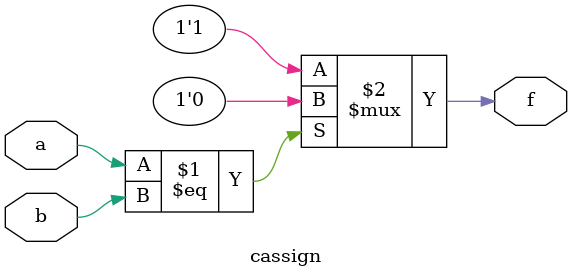
<source format=v>
module cassign(a,b,f);

input a, b;
output f;

assign f = (a==b) ? 1'b0 : 1'b1;

endmodule

</source>
